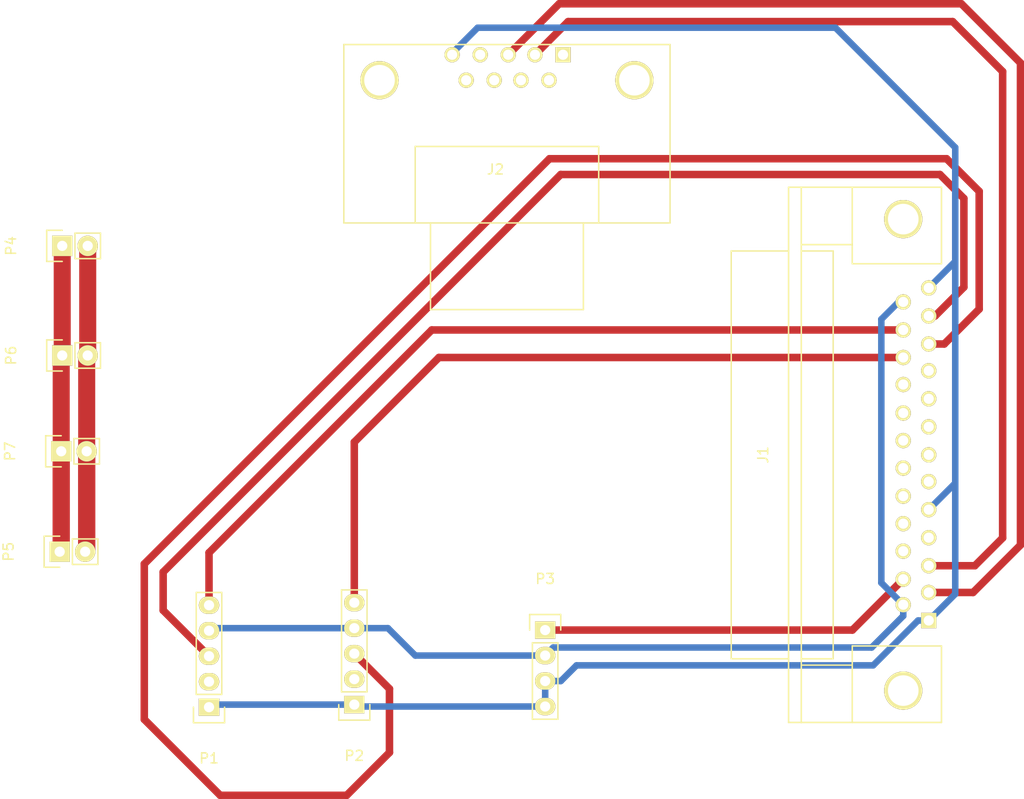
<source format=kicad_pcb>
(kicad_pcb (version 4) (host pcbnew 4.0.1-stable)

  (general
    (links 24)
    (no_connects 0)
    (area 0 0 0 0)
    (thickness 1.6)
    (drawings 0)
    (tracks 85)
    (zones 0)
    (modules 9)
    (nets 33)
  )

  (page A4)
  (layers
    (0 F.Cu signal)
    (31 B.Cu signal)
    (32 B.Adhes user)
    (33 F.Adhes user)
    (34 B.Paste user)
    (35 F.Paste user)
    (36 B.SilkS user)
    (37 F.SilkS user)
    (38 B.Mask user)
    (39 F.Mask user)
    (40 Dwgs.User user)
    (41 Cmts.User user)
    (42 Eco1.User user)
    (43 Eco2.User user)
    (44 Edge.Cuts user)
    (45 Margin user)
    (46 B.CrtYd user)
    (47 F.CrtYd user)
    (48 B.Fab user)
    (49 F.Fab user)
  )

  (setup
    (last_trace_width 0.75)
    (trace_clearance 0.2)
    (zone_clearance 0.508)
    (zone_45_only no)
    (trace_min 0.2)
    (segment_width 0.2)
    (edge_width 0.1)
    (via_size 0.6)
    (via_drill 0.4)
    (via_min_size 0.4)
    (via_min_drill 0.3)
    (uvia_size 0.3)
    (uvia_drill 0.1)
    (uvias_allowed no)
    (uvia_min_size 0.2)
    (uvia_min_drill 0.1)
    (pcb_text_width 0.3)
    (pcb_text_size 1.5 1.5)
    (mod_edge_width 0.15)
    (mod_text_size 1 1)
    (mod_text_width 0.15)
    (pad_size 1.5 1.5)
    (pad_drill 0.6)
    (pad_to_mask_clearance 0)
    (aux_axis_origin 0 0)
    (visible_elements FFFFFF7F)
    (pcbplotparams
      (layerselection 0x00030_80000001)
      (usegerberextensions false)
      (excludeedgelayer true)
      (linewidth 0.500000)
      (plotframeref false)
      (viasonmask false)
      (mode 1)
      (useauxorigin false)
      (hpglpennumber 1)
      (hpglpenspeed 20)
      (hpglpendiameter 15)
      (hpglpenoverlay 2)
      (psnegative false)
      (psa4output false)
      (plotreference true)
      (plotvalue true)
      (plotinvisibletext false)
      (padsonsilk false)
      (subtractmaskfromsilk false)
      (outputformat 1)
      (mirror false)
      (drillshape 1)
      (scaleselection 1)
      (outputdirectory ""))
  )

  (net 0 "")
  (net 1 GND)
  (net 2 RS232-Tx)
  (net 3 RS232-Rx)
  (net 4 "Net-(J1-Pad4)")
  (net 5 "Net-(J1-Pad6)")
  (net 6 "Net-(J1-Pad7)")
  (net 7 "Net-(J1-Pad8)")
  (net 8 "Net-(J1-Pad9)")
  (net 9 "Net-(J1-Pad10)")
  (net 10 RIGHT_ENC2_A)
  (net 11 LEFT_ENC1_A)
  (net 12 +5V)
  (net 13 RC1)
  (net 14 "Net-(J1-Pad16)")
  (net 15 "Net-(J1-Pad17)")
  (net 16 "Net-(J1-Pad18)")
  (net 17 "Net-(J1-Pad19)")
  (net 18 "Net-(J1-Pad20)")
  (net 19 "Net-(J1-Pad21)")
  (net 20 "Net-(J1-Pad22)")
  (net 21 RIGHT_ENC2_B)
  (net 22 LEFT_ENC1_B)
  (net 23 "Net-(J2-Pad1)")
  (net 24 "Net-(J2-Pad4)")
  (net 25 "Net-(J2-Pad6)")
  (net 26 "Net-(J2-Pad7)")
  (net 27 "Net-(J2-Pad8)")
  (net 28 "Net-(J2-Pad9)")
  (net 29 "Net-(P1-Pad2)")
  (net 30 "Net-(P2-Pad2)")
  (net 31 Battery+24V)
  (net 32 BatteryGND)

  (net_class Default "This is the default net class."
    (clearance 0.2)
    (trace_width 0.75)
    (via_dia 0.6)
    (via_drill 0.4)
    (uvia_dia 0.3)
    (uvia_drill 0.1)
    (add_net +5V)
    (add_net Battery+24V)
    (add_net BatteryGND)
    (add_net GND)
    (add_net LEFT_ENC1_A)
    (add_net LEFT_ENC1_B)
    (add_net "Net-(J1-Pad10)")
    (add_net "Net-(J1-Pad16)")
    (add_net "Net-(J1-Pad17)")
    (add_net "Net-(J1-Pad18)")
    (add_net "Net-(J1-Pad19)")
    (add_net "Net-(J1-Pad20)")
    (add_net "Net-(J1-Pad21)")
    (add_net "Net-(J1-Pad22)")
    (add_net "Net-(J1-Pad4)")
    (add_net "Net-(J1-Pad6)")
    (add_net "Net-(J1-Pad7)")
    (add_net "Net-(J1-Pad8)")
    (add_net "Net-(J1-Pad9)")
    (add_net "Net-(J2-Pad1)")
    (add_net "Net-(J2-Pad4)")
    (add_net "Net-(J2-Pad6)")
    (add_net "Net-(J2-Pad7)")
    (add_net "Net-(J2-Pad8)")
    (add_net "Net-(J2-Pad9)")
    (add_net "Net-(P1-Pad2)")
    (add_net "Net-(P2-Pad2)")
    (add_net RC1)
    (add_net RIGHT_ENC2_A)
    (add_net RIGHT_ENC2_B)
    (add_net RS232-Rx)
    (add_net RS232-Tx)
  )

  (module Connect:DB25FC (layer F.Cu) (tedit 0) (tstamp 56EA273E)
    (at 225.552 88.392 90)
    (descr "Connecteur DB25 femelle couche")
    (tags "CONN DB25")
    (path /56A32C6A)
    (fp_text reference J1 (at 0 -15.24 90) (layer F.SilkS)
      (effects (font (size 1 1) (thickness 0.15)))
    )
    (fp_text value DB25 (at 0 -6.35 90) (layer F.Fab)
      (effects (font (size 1 1) (thickness 0.15)))
    )
    (fp_line (start 26.67 -11.43) (end 26.67 2.54) (layer F.SilkS) (width 0.15))
    (fp_line (start 19.05 -6.35) (end 19.05 2.54) (layer F.SilkS) (width 0.15))
    (fp_line (start 20.955 -11.43) (end 20.955 -6.35) (layer F.SilkS) (width 0.15))
    (fp_line (start -20.955 -11.43) (end -20.955 -6.35) (layer F.SilkS) (width 0.15))
    (fp_line (start -19.05 -6.35) (end -19.05 2.54) (layer F.SilkS) (width 0.15))
    (fp_line (start -26.67 2.54) (end -26.67 -11.43) (layer F.SilkS) (width 0.15))
    (fp_line (start 26.67 -6.35) (end 19.05 -6.35) (layer F.SilkS) (width 0.15))
    (fp_line (start -26.67 -6.35) (end -19.05 -6.35) (layer F.SilkS) (width 0.15))
    (fp_line (start 20.32 -8.255) (end 20.32 -11.43) (layer F.SilkS) (width 0.15))
    (fp_line (start -20.32 -8.255) (end -20.32 -11.43) (layer F.SilkS) (width 0.15))
    (fp_line (start 20.32 -18.415) (end 20.32 -12.7) (layer F.SilkS) (width 0.15))
    (fp_line (start -20.32 -18.415) (end -20.32 -12.7) (layer F.SilkS) (width 0.15))
    (fp_line (start 26.67 -11.43) (end 26.67 -12.7) (layer F.SilkS) (width 0.15))
    (fp_line (start 26.67 -12.7) (end -26.67 -12.7) (layer F.SilkS) (width 0.15))
    (fp_line (start -26.67 -12.7) (end -26.67 -11.43) (layer F.SilkS) (width 0.15))
    (fp_line (start -26.67 -11.43) (end 26.67 -11.43) (layer F.SilkS) (width 0.15))
    (fp_line (start 19.05 2.54) (end 26.67 2.54) (layer F.SilkS) (width 0.15))
    (fp_line (start -20.32 -8.255) (end 20.32 -8.255) (layer F.SilkS) (width 0.15))
    (fp_line (start -20.32 -18.415) (end 20.32 -18.415) (layer F.SilkS) (width 0.15))
    (fp_line (start -26.67 2.54) (end -19.05 2.54) (layer F.SilkS) (width 0.15))
    (pad "" thru_hole circle (at 23.495 -1.27 90) (size 3.81 3.81) (drill 3.048) (layers *.Cu *.Mask F.SilkS))
    (pad "" thru_hole circle (at -23.495 -1.27 90) (size 3.81 3.81) (drill 3.048) (layers *.Cu *.Mask F.SilkS))
    (pad 1 thru_hole rect (at -16.51 1.27 90) (size 1.524 1.524) (drill 1.016) (layers *.Cu *.Mask F.SilkS)
      (net 1 GND))
    (pad 2 thru_hole circle (at -13.716 1.27 90) (size 1.524 1.524) (drill 1.016) (layers *.Cu *.Mask F.SilkS)
      (net 2 RS232-Tx))
    (pad 3 thru_hole circle (at -11.049 1.27 90) (size 1.524 1.524) (drill 1.016) (layers *.Cu *.Mask F.SilkS)
      (net 3 RS232-Rx))
    (pad 4 thru_hole circle (at -8.255 1.27 90) (size 1.524 1.524) (drill 1.016) (layers *.Cu *.Mask F.SilkS)
      (net 4 "Net-(J1-Pad4)"))
    (pad 5 thru_hole circle (at -5.461 1.27 90) (size 1.524 1.524) (drill 1.016) (layers *.Cu *.Mask F.SilkS)
      (net 1 GND))
    (pad 6 thru_hole circle (at -2.667 1.27 90) (size 1.524 1.524) (drill 1.016) (layers *.Cu *.Mask F.SilkS)
      (net 5 "Net-(J1-Pad6)"))
    (pad 7 thru_hole circle (at 0 1.27 90) (size 1.524 1.524) (drill 1.016) (layers *.Cu *.Mask F.SilkS)
      (net 6 "Net-(J1-Pad7)"))
    (pad 8 thru_hole circle (at 2.794 1.27 90) (size 1.524 1.524) (drill 1.016) (layers *.Cu *.Mask F.SilkS)
      (net 7 "Net-(J1-Pad8)"))
    (pad 9 thru_hole circle (at 5.588 1.27 90) (size 1.524 1.524) (drill 1.016) (layers *.Cu *.Mask F.SilkS)
      (net 8 "Net-(J1-Pad9)"))
    (pad 10 thru_hole circle (at 8.382 1.27 90) (size 1.524 1.524) (drill 1.016) (layers *.Cu *.Mask F.SilkS)
      (net 9 "Net-(J1-Pad10)"))
    (pad 11 thru_hole circle (at 11.049 1.27 90) (size 1.524 1.524) (drill 1.016) (layers *.Cu *.Mask F.SilkS)
      (net 10 RIGHT_ENC2_A))
    (pad 12 thru_hole circle (at 13.843 1.27 90) (size 1.524 1.524) (drill 1.016) (layers *.Cu *.Mask F.SilkS)
      (net 11 LEFT_ENC1_A))
    (pad 13 thru_hole circle (at 16.637 1.27 90) (size 1.524 1.524) (drill 1.016) (layers *.Cu *.Mask F.SilkS)
      (net 1 GND))
    (pad 14 thru_hole circle (at -14.9352 -1.27 90) (size 1.524 1.524) (drill 1.016) (layers *.Cu *.Mask F.SilkS)
      (net 12 +5V))
    (pad 15 thru_hole circle (at -12.3952 -1.27 90) (size 1.524 1.524) (drill 1.016) (layers *.Cu *.Mask F.SilkS)
      (net 13 RC1))
    (pad 16 thru_hole circle (at -9.6012 -1.27 90) (size 1.524 1.524) (drill 1.016) (layers *.Cu *.Mask F.SilkS)
      (net 14 "Net-(J1-Pad16)"))
    (pad 17 thru_hole circle (at -6.858 -1.27 90) (size 1.524 1.524) (drill 1.016) (layers *.Cu *.Mask F.SilkS)
      (net 15 "Net-(J1-Pad17)"))
    (pad 18 thru_hole circle (at -4.1148 -1.27 90) (size 1.524 1.524) (drill 1.016) (layers *.Cu *.Mask F.SilkS)
      (net 16 "Net-(J1-Pad18)"))
    (pad 19 thru_hole circle (at -1.3208 -1.27 90) (size 1.524 1.524) (drill 1.016) (layers *.Cu *.Mask F.SilkS)
      (net 17 "Net-(J1-Pad19)"))
    (pad 20 thru_hole circle (at 1.4224 -1.27 90) (size 1.524 1.524) (drill 1.016) (layers *.Cu *.Mask F.SilkS)
      (net 18 "Net-(J1-Pad20)"))
    (pad 21 thru_hole circle (at 4.1656 -1.27 90) (size 1.524 1.524) (drill 1.016) (layers *.Cu *.Mask F.SilkS)
      (net 19 "Net-(J1-Pad21)"))
    (pad 22 thru_hole circle (at 7.0104 -1.27 90) (size 1.524 1.524) (drill 1.016) (layers *.Cu *.Mask F.SilkS)
      (net 20 "Net-(J1-Pad22)"))
    (pad 23 thru_hole circle (at 9.7028 -1.27 90) (size 1.524 1.524) (drill 1.016) (layers *.Cu *.Mask F.SilkS)
      (net 21 RIGHT_ENC2_B))
    (pad 24 thru_hole circle (at 12.446 -1.27 90) (size 1.524 1.524) (drill 1.016) (layers *.Cu *.Mask F.SilkS)
      (net 22 LEFT_ENC1_B))
    (pad 25 thru_hole circle (at 15.24 -1.27 90) (size 1.524 1.524) (drill 1.016) (layers *.Cu *.Mask F.SilkS)
      (net 12 +5V))
    (model Connect.3dshapes/DB25FC.wrl
      (at (xyz 0 0 0))
      (scale (xyz 1 1 1))
      (rotate (xyz 0 0 0))
    )
  )

  (module Connect:DB9FC (layer F.Cu) (tedit 0) (tstamp 56EA2757)
    (at 184.912 49.784 180)
    (descr "Connecteur DB9 femelle couche")
    (tags "CONN DB9")
    (path /56C76CF2)
    (fp_text reference J2 (at 1.27 -10.16 180) (layer F.SilkS)
      (effects (font (size 1 1) (thickness 0.15)))
    )
    (fp_text value DB9 (at 1.27 -3.81 180) (layer F.Fab)
      (effects (font (size 1 1) (thickness 0.15)))
    )
    (fp_line (start -16.129 2.286) (end 16.383 2.286) (layer F.SilkS) (width 0.15))
    (fp_line (start 16.383 2.286) (end 16.383 -15.494) (layer F.SilkS) (width 0.15))
    (fp_line (start 16.383 -15.494) (end -16.129 -15.494) (layer F.SilkS) (width 0.15))
    (fp_line (start -16.129 -15.494) (end -16.129 2.286) (layer F.SilkS) (width 0.15))
    (fp_line (start -9.017 -15.494) (end -9.017 -7.874) (layer F.SilkS) (width 0.15))
    (fp_line (start -9.017 -7.874) (end 9.271 -7.874) (layer F.SilkS) (width 0.15))
    (fp_line (start 9.271 -7.874) (end 9.271 -15.494) (layer F.SilkS) (width 0.15))
    (fp_line (start -7.493 -15.494) (end -7.493 -24.13) (layer F.SilkS) (width 0.15))
    (fp_line (start -7.493 -24.13) (end 7.747 -24.13) (layer F.SilkS) (width 0.15))
    (fp_line (start 7.747 -24.13) (end 7.747 -15.494) (layer F.SilkS) (width 0.15))
    (pad "" thru_hole circle (at 12.827 -1.27 180) (size 3.81 3.81) (drill 3.048) (layers *.Cu *.Mask F.SilkS))
    (pad "" thru_hole circle (at -12.573 -1.27 180) (size 3.81 3.81) (drill 3.048) (layers *.Cu *.Mask F.SilkS))
    (pad 1 thru_hole rect (at -5.461 1.27 180) (size 1.524 1.524) (drill 1.016) (layers *.Cu *.Mask F.SilkS)
      (net 23 "Net-(J2-Pad1)"))
    (pad 2 thru_hole circle (at -2.667 1.27 180) (size 1.524 1.524) (drill 1.016) (layers *.Cu *.Mask F.SilkS)
      (net 3 RS232-Rx))
    (pad 3 thru_hole circle (at 0 1.27 180) (size 1.524 1.524) (drill 1.016) (layers *.Cu *.Mask F.SilkS)
      (net 2 RS232-Tx))
    (pad 4 thru_hole circle (at 2.794 1.27 180) (size 1.524 1.524) (drill 1.016) (layers *.Cu *.Mask F.SilkS)
      (net 24 "Net-(J2-Pad4)"))
    (pad 5 thru_hole circle (at 5.588 1.27 180) (size 1.524 1.524) (drill 1.016) (layers *.Cu *.Mask F.SilkS)
      (net 1 GND))
    (pad 6 thru_hole circle (at -4.064 -1.27 180) (size 1.524 1.524) (drill 1.016) (layers *.Cu *.Mask F.SilkS)
      (net 25 "Net-(J2-Pad6)"))
    (pad 7 thru_hole circle (at -1.27 -1.27 180) (size 1.524 1.524) (drill 1.016) (layers *.Cu *.Mask F.SilkS)
      (net 26 "Net-(J2-Pad7)"))
    (pad 8 thru_hole circle (at 1.397 -1.27 180) (size 1.524 1.524) (drill 1.016) (layers *.Cu *.Mask F.SilkS)
      (net 27 "Net-(J2-Pad8)"))
    (pad 9 thru_hole circle (at 4.191 -1.27 180) (size 1.524 1.524) (drill 1.016) (layers *.Cu *.Mask F.SilkS)
      (net 28 "Net-(J2-Pad9)"))
    (model Connect.3dshapes/DB9FC.wrl
      (at (xyz 0 0 0))
      (scale (xyz 1 1 1))
      (rotate (xyz 0 0 0))
    )
  )

  (module Pin_Headers:Pin_Header_Straight_1x05 (layer F.Cu) (tedit 54EA0684) (tstamp 56EA276B)
    (at 155.0924 113.538 180)
    (descr "Through hole pin header")
    (tags "pin header")
    (path /56A56BF7)
    (fp_text reference P1 (at 0 -5.1 180) (layer F.SilkS)
      (effects (font (size 1 1) (thickness 0.15)))
    )
    (fp_text value CONN_01X05 (at 0 -3.1 180) (layer F.Fab)
      (effects (font (size 1 1) (thickness 0.15)))
    )
    (fp_line (start -1.55 0) (end -1.55 -1.55) (layer F.SilkS) (width 0.15))
    (fp_line (start -1.55 -1.55) (end 1.55 -1.55) (layer F.SilkS) (width 0.15))
    (fp_line (start 1.55 -1.55) (end 1.55 0) (layer F.SilkS) (width 0.15))
    (fp_line (start -1.75 -1.75) (end -1.75 11.95) (layer F.CrtYd) (width 0.05))
    (fp_line (start 1.75 -1.75) (end 1.75 11.95) (layer F.CrtYd) (width 0.05))
    (fp_line (start -1.75 -1.75) (end 1.75 -1.75) (layer F.CrtYd) (width 0.05))
    (fp_line (start -1.75 11.95) (end 1.75 11.95) (layer F.CrtYd) (width 0.05))
    (fp_line (start 1.27 1.27) (end 1.27 11.43) (layer F.SilkS) (width 0.15))
    (fp_line (start 1.27 11.43) (end -1.27 11.43) (layer F.SilkS) (width 0.15))
    (fp_line (start -1.27 11.43) (end -1.27 1.27) (layer F.SilkS) (width 0.15))
    (fp_line (start 1.27 1.27) (end -1.27 1.27) (layer F.SilkS) (width 0.15))
    (pad 1 thru_hole rect (at 0 0 180) (size 2.032 1.7272) (drill 1.016) (layers *.Cu *.Mask F.SilkS)
      (net 1 GND))
    (pad 2 thru_hole oval (at 0 2.54 180) (size 2.032 1.7272) (drill 1.016) (layers *.Cu *.Mask F.SilkS)
      (net 29 "Net-(P1-Pad2)"))
    (pad 3 thru_hole oval (at 0 5.08 180) (size 2.032 1.7272) (drill 1.016) (layers *.Cu *.Mask F.SilkS)
      (net 11 LEFT_ENC1_A))
    (pad 4 thru_hole oval (at 0 7.62 180) (size 2.032 1.7272) (drill 1.016) (layers *.Cu *.Mask F.SilkS)
      (net 12 +5V))
    (pad 5 thru_hole oval (at 0 10.16 180) (size 2.032 1.7272) (drill 1.016) (layers *.Cu *.Mask F.SilkS)
      (net 22 LEFT_ENC1_B))
    (model Pin_Headers.3dshapes/Pin_Header_Straight_1x05.wrl
      (at (xyz 0 -0.2 0))
      (scale (xyz 1 1 1))
      (rotate (xyz 0 0 90))
    )
  )

  (module Pin_Headers:Pin_Header_Straight_1x05 (layer F.Cu) (tedit 54EA0684) (tstamp 56EA277F)
    (at 169.5704 113.284 180)
    (descr "Through hole pin header")
    (tags "pin header")
    (path /56A56D33)
    (fp_text reference P2 (at 0 -5.1 180) (layer F.SilkS)
      (effects (font (size 1 1) (thickness 0.15)))
    )
    (fp_text value CONN_01X05 (at 0 -3.1 180) (layer F.Fab)
      (effects (font (size 1 1) (thickness 0.15)))
    )
    (fp_line (start -1.55 0) (end -1.55 -1.55) (layer F.SilkS) (width 0.15))
    (fp_line (start -1.55 -1.55) (end 1.55 -1.55) (layer F.SilkS) (width 0.15))
    (fp_line (start 1.55 -1.55) (end 1.55 0) (layer F.SilkS) (width 0.15))
    (fp_line (start -1.75 -1.75) (end -1.75 11.95) (layer F.CrtYd) (width 0.05))
    (fp_line (start 1.75 -1.75) (end 1.75 11.95) (layer F.CrtYd) (width 0.05))
    (fp_line (start -1.75 -1.75) (end 1.75 -1.75) (layer F.CrtYd) (width 0.05))
    (fp_line (start -1.75 11.95) (end 1.75 11.95) (layer F.CrtYd) (width 0.05))
    (fp_line (start 1.27 1.27) (end 1.27 11.43) (layer F.SilkS) (width 0.15))
    (fp_line (start 1.27 11.43) (end -1.27 11.43) (layer F.SilkS) (width 0.15))
    (fp_line (start -1.27 11.43) (end -1.27 1.27) (layer F.SilkS) (width 0.15))
    (fp_line (start 1.27 1.27) (end -1.27 1.27) (layer F.SilkS) (width 0.15))
    (pad 1 thru_hole rect (at 0 0 180) (size 2.032 1.7272) (drill 1.016) (layers *.Cu *.Mask F.SilkS)
      (net 1 GND))
    (pad 2 thru_hole oval (at 0 2.54 180) (size 2.032 1.7272) (drill 1.016) (layers *.Cu *.Mask F.SilkS)
      (net 30 "Net-(P2-Pad2)"))
    (pad 3 thru_hole oval (at 0 5.08 180) (size 2.032 1.7272) (drill 1.016) (layers *.Cu *.Mask F.SilkS)
      (net 10 RIGHT_ENC2_A))
    (pad 4 thru_hole oval (at 0 7.62 180) (size 2.032 1.7272) (drill 1.016) (layers *.Cu *.Mask F.SilkS)
      (net 12 +5V))
    (pad 5 thru_hole oval (at 0 10.16 180) (size 2.032 1.7272) (drill 1.016) (layers *.Cu *.Mask F.SilkS)
      (net 21 RIGHT_ENC2_B))
    (model Pin_Headers.3dshapes/Pin_Header_Straight_1x05.wrl
      (at (xyz 0 -0.2 0))
      (scale (xyz 1 1 1))
      (rotate (xyz 0 0 90))
    )
  )

  (module Pin_Headers:Pin_Header_Straight_1x04 (layer F.Cu) (tedit 0) (tstamp 56EA2792)
    (at 188.595 105.8545)
    (descr "Through hole pin header")
    (tags "pin header")
    (path /56EA2478)
    (fp_text reference P3 (at 0 -5.1) (layer F.SilkS)
      (effects (font (size 1 1) (thickness 0.15)))
    )
    (fp_text value CONN_01X04 (at 0 -3.1) (layer F.Fab)
      (effects (font (size 1 1) (thickness 0.15)))
    )
    (fp_line (start -1.75 -1.75) (end -1.75 9.4) (layer F.CrtYd) (width 0.05))
    (fp_line (start 1.75 -1.75) (end 1.75 9.4) (layer F.CrtYd) (width 0.05))
    (fp_line (start -1.75 -1.75) (end 1.75 -1.75) (layer F.CrtYd) (width 0.05))
    (fp_line (start -1.75 9.4) (end 1.75 9.4) (layer F.CrtYd) (width 0.05))
    (fp_line (start -1.27 1.27) (end -1.27 8.89) (layer F.SilkS) (width 0.15))
    (fp_line (start 1.27 1.27) (end 1.27 8.89) (layer F.SilkS) (width 0.15))
    (fp_line (start 1.55 -1.55) (end 1.55 0) (layer F.SilkS) (width 0.15))
    (fp_line (start -1.27 8.89) (end 1.27 8.89) (layer F.SilkS) (width 0.15))
    (fp_line (start 1.27 1.27) (end -1.27 1.27) (layer F.SilkS) (width 0.15))
    (fp_line (start -1.55 0) (end -1.55 -1.55) (layer F.SilkS) (width 0.15))
    (fp_line (start -1.55 -1.55) (end 1.55 -1.55) (layer F.SilkS) (width 0.15))
    (pad 1 thru_hole rect (at 0 0) (size 2.032 1.7272) (drill 1.016) (layers *.Cu *.Mask F.SilkS)
      (net 13 RC1))
    (pad 2 thru_hole oval (at 0 2.54) (size 2.032 1.7272) (drill 1.016) (layers *.Cu *.Mask F.SilkS)
      (net 12 +5V))
    (pad 3 thru_hole oval (at 0 5.08) (size 2.032 1.7272) (drill 1.016) (layers *.Cu *.Mask F.SilkS)
      (net 1 GND))
    (pad 4 thru_hole oval (at 0 7.62) (size 2.032 1.7272) (drill 1.016) (layers *.Cu *.Mask F.SilkS)
      (net 1 GND))
    (model Pin_Headers.3dshapes/Pin_Header_Straight_1x04.wrl
      (at (xyz 0 -0.15 0))
      (scale (xyz 1 1 1))
      (rotate (xyz 0 0 90))
    )
  )

  (module Pin_Headers:Pin_Header_Straight_1x02 (layer F.Cu) (tedit 54EA090C) (tstamp 56EA27A3)
    (at 140.462 67.564 90)
    (descr "Through hole pin header")
    (tags "pin header")
    (path /56A5A362)
    (fp_text reference P4 (at 0 -5.1 90) (layer F.SilkS)
      (effects (font (size 1 1) (thickness 0.15)))
    )
    (fp_text value CONN_01X02 (at 0 -3.1 90) (layer F.Fab)
      (effects (font (size 1 1) (thickness 0.15)))
    )
    (fp_line (start 1.27 1.27) (end 1.27 3.81) (layer F.SilkS) (width 0.15))
    (fp_line (start 1.55 -1.55) (end 1.55 0) (layer F.SilkS) (width 0.15))
    (fp_line (start -1.75 -1.75) (end -1.75 4.3) (layer F.CrtYd) (width 0.05))
    (fp_line (start 1.75 -1.75) (end 1.75 4.3) (layer F.CrtYd) (width 0.05))
    (fp_line (start -1.75 -1.75) (end 1.75 -1.75) (layer F.CrtYd) (width 0.05))
    (fp_line (start -1.75 4.3) (end 1.75 4.3) (layer F.CrtYd) (width 0.05))
    (fp_line (start 1.27 1.27) (end -1.27 1.27) (layer F.SilkS) (width 0.15))
    (fp_line (start -1.55 0) (end -1.55 -1.55) (layer F.SilkS) (width 0.15))
    (fp_line (start -1.55 -1.55) (end 1.55 -1.55) (layer F.SilkS) (width 0.15))
    (fp_line (start -1.27 1.27) (end -1.27 3.81) (layer F.SilkS) (width 0.15))
    (fp_line (start -1.27 3.81) (end 1.27 3.81) (layer F.SilkS) (width 0.15))
    (pad 1 thru_hole rect (at 0 0 90) (size 2.032 2.032) (drill 1.016) (layers *.Cu *.Mask F.SilkS)
      (net 31 Battery+24V))
    (pad 2 thru_hole oval (at 0 2.54 90) (size 2.032 2.032) (drill 1.016) (layers *.Cu *.Mask F.SilkS)
      (net 32 BatteryGND))
    (model Pin_Headers.3dshapes/Pin_Header_Straight_1x02.wrl
      (at (xyz 0 -0.05 0))
      (scale (xyz 1 1 1))
      (rotate (xyz 0 0 90))
    )
  )

  (module Pin_Headers:Pin_Header_Straight_1x02 (layer F.Cu) (tedit 54EA090C) (tstamp 56EA27B4)
    (at 140.208 98.044 90)
    (descr "Through hole pin header")
    (tags "pin header")
    (path /56EA2262)
    (fp_text reference P5 (at 0 -5.1 90) (layer F.SilkS)
      (effects (font (size 1 1) (thickness 0.15)))
    )
    (fp_text value CONN_01X02 (at 0 -3.1 90) (layer F.Fab)
      (effects (font (size 1 1) (thickness 0.15)))
    )
    (fp_line (start 1.27 1.27) (end 1.27 3.81) (layer F.SilkS) (width 0.15))
    (fp_line (start 1.55 -1.55) (end 1.55 0) (layer F.SilkS) (width 0.15))
    (fp_line (start -1.75 -1.75) (end -1.75 4.3) (layer F.CrtYd) (width 0.05))
    (fp_line (start 1.75 -1.75) (end 1.75 4.3) (layer F.CrtYd) (width 0.05))
    (fp_line (start -1.75 -1.75) (end 1.75 -1.75) (layer F.CrtYd) (width 0.05))
    (fp_line (start -1.75 4.3) (end 1.75 4.3) (layer F.CrtYd) (width 0.05))
    (fp_line (start 1.27 1.27) (end -1.27 1.27) (layer F.SilkS) (width 0.15))
    (fp_line (start -1.55 0) (end -1.55 -1.55) (layer F.SilkS) (width 0.15))
    (fp_line (start -1.55 -1.55) (end 1.55 -1.55) (layer F.SilkS) (width 0.15))
    (fp_line (start -1.27 1.27) (end -1.27 3.81) (layer F.SilkS) (width 0.15))
    (fp_line (start -1.27 3.81) (end 1.27 3.81) (layer F.SilkS) (width 0.15))
    (pad 1 thru_hole rect (at 0 0 90) (size 2.032 2.032) (drill 1.016) (layers *.Cu *.Mask F.SilkS)
      (net 31 Battery+24V))
    (pad 2 thru_hole oval (at 0 2.54 90) (size 2.032 2.032) (drill 1.016) (layers *.Cu *.Mask F.SilkS)
      (net 32 BatteryGND))
    (model Pin_Headers.3dshapes/Pin_Header_Straight_1x02.wrl
      (at (xyz 0 -0.05 0))
      (scale (xyz 1 1 1))
      (rotate (xyz 0 0 90))
    )
  )

  (module Pin_Headers:Pin_Header_Straight_1x02 (layer F.Cu) (tedit 54EA090C) (tstamp 56EA27C5)
    (at 140.462 78.486 90)
    (descr "Through hole pin header")
    (tags "pin header")
    (path /56EA22BD)
    (fp_text reference P6 (at 0 -5.1 90) (layer F.SilkS)
      (effects (font (size 1 1) (thickness 0.15)))
    )
    (fp_text value CONN_01X02 (at 0 -3.1 90) (layer F.Fab)
      (effects (font (size 1 1) (thickness 0.15)))
    )
    (fp_line (start 1.27 1.27) (end 1.27 3.81) (layer F.SilkS) (width 0.15))
    (fp_line (start 1.55 -1.55) (end 1.55 0) (layer F.SilkS) (width 0.15))
    (fp_line (start -1.75 -1.75) (end -1.75 4.3) (layer F.CrtYd) (width 0.05))
    (fp_line (start 1.75 -1.75) (end 1.75 4.3) (layer F.CrtYd) (width 0.05))
    (fp_line (start -1.75 -1.75) (end 1.75 -1.75) (layer F.CrtYd) (width 0.05))
    (fp_line (start -1.75 4.3) (end 1.75 4.3) (layer F.CrtYd) (width 0.05))
    (fp_line (start 1.27 1.27) (end -1.27 1.27) (layer F.SilkS) (width 0.15))
    (fp_line (start -1.55 0) (end -1.55 -1.55) (layer F.SilkS) (width 0.15))
    (fp_line (start -1.55 -1.55) (end 1.55 -1.55) (layer F.SilkS) (width 0.15))
    (fp_line (start -1.27 1.27) (end -1.27 3.81) (layer F.SilkS) (width 0.15))
    (fp_line (start -1.27 3.81) (end 1.27 3.81) (layer F.SilkS) (width 0.15))
    (pad 1 thru_hole rect (at 0 0 90) (size 2.032 2.032) (drill 1.016) (layers *.Cu *.Mask F.SilkS)
      (net 31 Battery+24V))
    (pad 2 thru_hole oval (at 0 2.54 90) (size 2.032 2.032) (drill 1.016) (layers *.Cu *.Mask F.SilkS)
      (net 32 BatteryGND))
    (model Pin_Headers.3dshapes/Pin_Header_Straight_1x02.wrl
      (at (xyz 0 -0.05 0))
      (scale (xyz 1 1 1))
      (rotate (xyz 0 0 90))
    )
  )

  (module Pin_Headers:Pin_Header_Straight_1x02 (layer F.Cu) (tedit 54EA090C) (tstamp 56EA27D6)
    (at 140.3604 88.0364 90)
    (descr "Through hole pin header")
    (tags "pin header")
    (path /56A5A521)
    (fp_text reference P7 (at 0 -5.1 90) (layer F.SilkS)
      (effects (font (size 1 1) (thickness 0.15)))
    )
    (fp_text value CONN_01X02 (at 0 -3.1 90) (layer F.Fab)
      (effects (font (size 1 1) (thickness 0.15)))
    )
    (fp_line (start 1.27 1.27) (end 1.27 3.81) (layer F.SilkS) (width 0.15))
    (fp_line (start 1.55 -1.55) (end 1.55 0) (layer F.SilkS) (width 0.15))
    (fp_line (start -1.75 -1.75) (end -1.75 4.3) (layer F.CrtYd) (width 0.05))
    (fp_line (start 1.75 -1.75) (end 1.75 4.3) (layer F.CrtYd) (width 0.05))
    (fp_line (start -1.75 -1.75) (end 1.75 -1.75) (layer F.CrtYd) (width 0.05))
    (fp_line (start -1.75 4.3) (end 1.75 4.3) (layer F.CrtYd) (width 0.05))
    (fp_line (start 1.27 1.27) (end -1.27 1.27) (layer F.SilkS) (width 0.15))
    (fp_line (start -1.55 0) (end -1.55 -1.55) (layer F.SilkS) (width 0.15))
    (fp_line (start -1.55 -1.55) (end 1.55 -1.55) (layer F.SilkS) (width 0.15))
    (fp_line (start -1.27 1.27) (end -1.27 3.81) (layer F.SilkS) (width 0.15))
    (fp_line (start -1.27 3.81) (end 1.27 3.81) (layer F.SilkS) (width 0.15))
    (pad 1 thru_hole rect (at 0 0 90) (size 2.032 2.032) (drill 1.016) (layers *.Cu *.Mask F.SilkS)
      (net 31 Battery+24V))
    (pad 2 thru_hole oval (at 0 2.54 90) (size 2.032 2.032) (drill 1.016) (layers *.Cu *.Mask F.SilkS)
      (net 32 BatteryGND))
    (model Pin_Headers.3dshapes/Pin_Header_Straight_1x02.wrl
      (at (xyz 0 -0.05 0))
      (scale (xyz 1 1 1))
      (rotate (xyz 0 0 90))
    )
  )

  (segment (start 169.5704 113.284) (end 155.3464 113.284) (width 0.65) (layer B.Cu) (net 1) (status C00000))
  (segment (start 155.3464 113.284) (end 155.0924 113.538) (width 0.65) (layer B.Cu) (net 1) (tstamp 56EA2A30) (status C00000))
  (segment (start 188.595 113.4745) (end 169.7609 113.4745) (width 0.65) (layer B.Cu) (net 1) (status C00000))
  (segment (start 169.7609 113.4745) (end 169.5704 113.284) (width 0.65) (layer B.Cu) (net 1) (tstamp 56EA2A2D) (status C00000))
  (segment (start 188.595 113.4745) (end 188.595 110.9345) (width 0.65) (layer B.Cu) (net 1) (status C00000))
  (segment (start 226.822 104.902) (end 225.7552 104.902) (width 0.65) (layer B.Cu) (net 1) (status 400000))
  (segment (start 190.1571 110.9345) (end 188.595 110.9345) (width 0.65) (layer B.Cu) (net 1) (tstamp 56EA2A28) (status 800000))
  (segment (start 191.7192 109.3724) (end 190.1571 110.9345) (width 0.65) (layer B.Cu) (net 1) (tstamp 56EA2A27))
  (segment (start 221.2848 109.3724) (end 191.7192 109.3724) (width 0.65) (layer B.Cu) (net 1) (tstamp 56EA2A25))
  (segment (start 225.7552 104.902) (end 221.2848 109.3724) (width 0.65) (layer B.Cu) (net 1) (tstamp 56EA2A24))
  (segment (start 229.4636 91.2114) (end 229.4636 102.2604) (width 0.65) (layer B.Cu) (net 1))
  (segment (start 229.4636 102.2604) (end 226.822 104.902) (width 0.65) (layer B.Cu) (net 1) (tstamp 56EA2A20) (status 800000))
  (segment (start 229.4636 69.1134) (end 229.4636 91.2114) (width 0.65) (layer B.Cu) (net 1))
  (segment (start 229.4636 91.2114) (end 226.822 93.853) (width 0.65) (layer B.Cu) (net 1) (tstamp 56EA2A1C) (status 800000))
  (segment (start 179.324 48.514) (end 179.324 48.3616) (width 0.65) (layer B.Cu) (net 1) (status C00000))
  (segment (start 179.324 48.3616) (end 181.864 45.8216) (width 0.65) (layer B.Cu) (net 1) (tstamp 56EA2A10) (status 400000))
  (segment (start 181.864 45.8216) (end 217.5256 45.8216) (width 0.65) (layer B.Cu) (net 1) (tstamp 56EA2A11))
  (segment (start 217.5256 45.8216) (end 229.4636 57.7596) (width 0.65) (layer B.Cu) (net 1) (tstamp 56EA2A12))
  (segment (start 229.4636 57.7596) (end 229.4636 69.1134) (width 0.65) (layer B.Cu) (net 1) (tstamp 56EA2A14))
  (segment (start 229.4636 69.1134) (end 226.822 71.755) (width 0.65) (layer B.Cu) (net 1) (tstamp 56EA2A16) (status 800000))
  (segment (start 226.822 102.108) (end 231.2416 102.108) (width 0.75) (layer F.Cu) (net 2) (status 400000))
  (segment (start 189.992 43.434) (end 184.912 48.514) (width 0.75) (layer F.Cu) (net 2) (tstamp 56EA2ABF) (status 800000))
  (segment (start 230.0732 43.434) (end 189.992 43.434) (width 0.75) (layer F.Cu) (net 2) (tstamp 56EA2ABB))
  (segment (start 235.966 49.3268) (end 230.0732 43.434) (width 0.75) (layer F.Cu) (net 2) (tstamp 56EA2AB5))
  (segment (start 235.966 97.3836) (end 235.966 49.3268) (width 0.75) (layer F.Cu) (net 2) (tstamp 56EA2AA6))
  (segment (start 231.2416 102.108) (end 235.966 97.3836) (width 0.75) (layer F.Cu) (net 2) (tstamp 56EA2A9A))
  (segment (start 226.822 99.441) (end 231.4194 99.441) (width 0.75) (layer F.Cu) (net 3) (status 400000))
  (segment (start 190.881 45.212) (end 187.579 48.514) (width 0.75) (layer F.Cu) (net 3) (tstamp 56EA2AD6) (status 800000))
  (segment (start 229.2096 45.212) (end 190.881 45.212) (width 0.75) (layer F.Cu) (net 3) (tstamp 56EA2AD2))
  (segment (start 234.188 50.1904) (end 229.2096 45.212) (width 0.75) (layer F.Cu) (net 3) (tstamp 56EA2ACD))
  (segment (start 234.188 96.6724) (end 234.188 50.1904) (width 0.75) (layer F.Cu) (net 3) (tstamp 56EA2AC9))
  (segment (start 231.4194 99.441) (end 234.188 96.6724) (width 0.75) (layer F.Cu) (net 3) (tstamp 56EA2AC6))
  (segment (start 226.822 77.343) (end 228.3714 77.343) (width 0.75) (layer F.Cu) (net 10) (status 400000))
  (segment (start 173.0756 111.7092) (end 169.5704 108.204) (width 0.75) (layer F.Cu) (net 10) (tstamp 56EA2B41) (status 800000))
  (segment (start 173.0756 118.0592) (end 173.0756 111.7092) (width 0.75) (layer F.Cu) (net 10) (tstamp 56EA2B3F))
  (segment (start 168.8084 122.3264) (end 173.0756 118.0592) (width 0.75) (layer F.Cu) (net 10) (tstamp 56EA2B3D))
  (segment (start 156.21 122.3264) (end 168.8084 122.3264) (width 0.75) (layer F.Cu) (net 10) (tstamp 56EA2B3B))
  (segment (start 148.6408 114.7572) (end 156.21 122.3264) (width 0.75) (layer F.Cu) (net 10) (tstamp 56EA2B39))
  (segment (start 148.6408 99.2632) (end 148.6408 114.7572) (width 0.75) (layer F.Cu) (net 10) (tstamp 56EA2B33))
  (segment (start 189.0268 58.8772) (end 148.6408 99.2632) (width 0.75) (layer F.Cu) (net 10) (tstamp 56EA2B28))
  (segment (start 228.6 58.8772) (end 189.0268 58.8772) (width 0.75) (layer F.Cu) (net 10) (tstamp 56EA2B1E))
  (segment (start 231.8512 62.1284) (end 228.6 58.8772) (width 0.75) (layer F.Cu) (net 10) (tstamp 56EA2B1C))
  (segment (start 231.8512 73.8632) (end 231.8512 62.1284) (width 0.75) (layer F.Cu) (net 10) (tstamp 56EA2B12))
  (segment (start 228.3714 77.343) (end 231.8512 73.8632) (width 0.75) (layer F.Cu) (net 10) (tstamp 56EA2AFA))
  (segment (start 226.822 74.549) (end 227.457 74.549) (width 0.75) (layer F.Cu) (net 11) (status C00000))
  (segment (start 227.457 74.549) (end 230.3272 71.6788) (width 0.75) (layer F.Cu) (net 11) (tstamp 56EA2B4D) (status 400000))
  (segment (start 230.3272 71.6788) (end 230.3272 62.8396) (width 0.75) (layer F.Cu) (net 11) (tstamp 56EA2B51))
  (segment (start 230.3272 62.8396) (end 227.9396 60.452) (width 0.75) (layer F.Cu) (net 11) (tstamp 56EA2B52))
  (segment (start 227.9396 60.452) (end 190.1444 60.452) (width 0.75) (layer F.Cu) (net 11) (tstamp 56EA2B54))
  (segment (start 190.1444 60.452) (end 150.5204 100.076) (width 0.75) (layer F.Cu) (net 11) (tstamp 56EA2B57))
  (segment (start 150.5204 100.076) (end 150.5204 103.886) (width 0.75) (layer F.Cu) (net 11) (tstamp 56EA2B5C))
  (segment (start 150.5204 103.886) (end 155.0924 108.458) (width 0.75) (layer F.Cu) (net 11) (tstamp 56EA2B5F) (status 800000))
  (segment (start 169.5704 105.664) (end 155.3464 105.664) (width 0.65) (layer B.Cu) (net 12) (status C00000))
  (segment (start 155.3464 105.664) (end 155.0924 105.918) (width 0.65) (layer B.Cu) (net 12) (tstamp 56EA2A44) (status C00000))
  (segment (start 188.595 108.3945) (end 175.6537 108.3945) (width 0.65) (layer B.Cu) (net 12) (status 400000))
  (segment (start 172.9232 105.664) (end 169.5704 105.664) (width 0.65) (layer B.Cu) (net 12) (tstamp 56EA2A40) (status 800000))
  (segment (start 175.6537 108.3945) (end 172.9232 105.664) (width 0.65) (layer B.Cu) (net 12) (tstamp 56EA2A3E))
  (segment (start 224.282 103.3272) (end 224.282 104.4448) (width 0.65) (layer B.Cu) (net 12) (status 400000))
  (segment (start 189.3951 107.5944) (end 188.595 108.3945) (width 0.65) (layer B.Cu) (net 12) (tstamp 56EA2A3B) (status 800000))
  (segment (start 221.1324 107.5944) (end 189.3951 107.5944) (width 0.65) (layer B.Cu) (net 12) (tstamp 56EA2A39))
  (segment (start 224.282 104.4448) (end 221.1324 107.5944) (width 0.65) (layer B.Cu) (net 12) (tstamp 56EA2A38))
  (segment (start 224.282 73.152) (end 223.8248 73.152) (width 0.65) (layer B.Cu) (net 12) (status C00000))
  (segment (start 223.8248 73.152) (end 222.0976 74.8792) (width 0.65) (layer B.Cu) (net 12) (tstamp 56EA2A33) (status 400000))
  (segment (start 222.0976 74.8792) (end 222.0976 101.1428) (width 0.65) (layer B.Cu) (net 12) (tstamp 56EA2A34))
  (segment (start 222.0976 101.1428) (end 224.282 103.3272) (width 0.65) (layer B.Cu) (net 12) (tstamp 56EA2A35) (status 800000))
  (segment (start 188.595 105.8545) (end 219.2147 105.8545) (width 0.75) (layer F.Cu) (net 13) (status 400000))
  (segment (start 219.2147 105.8545) (end 224.282 100.7872) (width 0.75) (layer F.Cu) (net 13) (tstamp 56EA2B69) (status 800000))
  (segment (start 224.282 78.6892) (end 178.0032 78.6892) (width 0.75) (layer F.Cu) (net 21) (status 400000))
  (segment (start 169.5704 87.122) (end 169.5704 103.124) (width 0.75) (layer F.Cu) (net 21) (tstamp 56EA2B88) (status 800000))
  (segment (start 178.0032 78.6892) (end 169.5704 87.122) (width 0.75) (layer F.Cu) (net 21) (tstamp 56EA2B82))
  (segment (start 224.282 75.946) (end 177.292 75.946) (width 0.75) (layer F.Cu) (net 22) (status 400000))
  (segment (start 155.0924 98.1456) (end 155.0924 103.378) (width 0.75) (layer F.Cu) (net 22) (tstamp 56EA2B7C) (status 800000))
  (segment (start 177.292 75.946) (end 155.0924 98.1456) (width 0.75) (layer F.Cu) (net 22) (tstamp 56EA2B76))
  (segment (start 140.3604 88.0364) (end 140.3604 97.8916) (width 1.7) (layer F.Cu) (net 31) (status C00000))
  (segment (start 140.3604 97.8916) (end 140.208 98.044) (width 1.7) (layer F.Cu) (net 31) (tstamp 56EA2A72) (status C00000))
  (segment (start 140.462 67.564) (end 140.462 78.486) (width 1.7) (layer F.Cu) (net 31) (status C00000))
  (segment (start 140.462 78.486) (end 140.3604 78.5876) (width 1.7) (layer F.Cu) (net 31) (tstamp 56EA2A50) (status C00000))
  (segment (start 140.3604 78.5876) (end 140.3604 97.8916) (width 1.7) (layer F.Cu) (net 31) (tstamp 56EA2A53) (status C00000))
  (segment (start 140.3604 97.8916) (end 140.208 98.044) (width 1.7) (layer F.Cu) (net 31) (tstamp 56EA2A55) (status C00000))
  (segment (start 142.9004 88.0364) (end 142.9004 97.8916) (width 1.7) (layer F.Cu) (net 32) (status C00000))
  (segment (start 142.9004 97.8916) (end 142.748 98.044) (width 1.7) (layer F.Cu) (net 32) (tstamp 56EA2A6E) (status C00000))
  (segment (start 143.002 67.564) (end 143.002 78.486) (width 1.7) (layer F.Cu) (net 32) (status C00000))
  (segment (start 143.002 78.486) (end 142.9004 78.5876) (width 1.7) (layer F.Cu) (net 32) (tstamp 56EA2A5E) (status C00000))
  (segment (start 142.9004 78.5876) (end 142.9004 97.8916) (width 1.7) (layer F.Cu) (net 32) (tstamp 56EA2A5F) (status C00000))
  (segment (start 142.9004 97.8916) (end 142.748 98.044) (width 1.7) (layer F.Cu) (net 32) (tstamp 56EA2A60) (status C00000))

)

</source>
